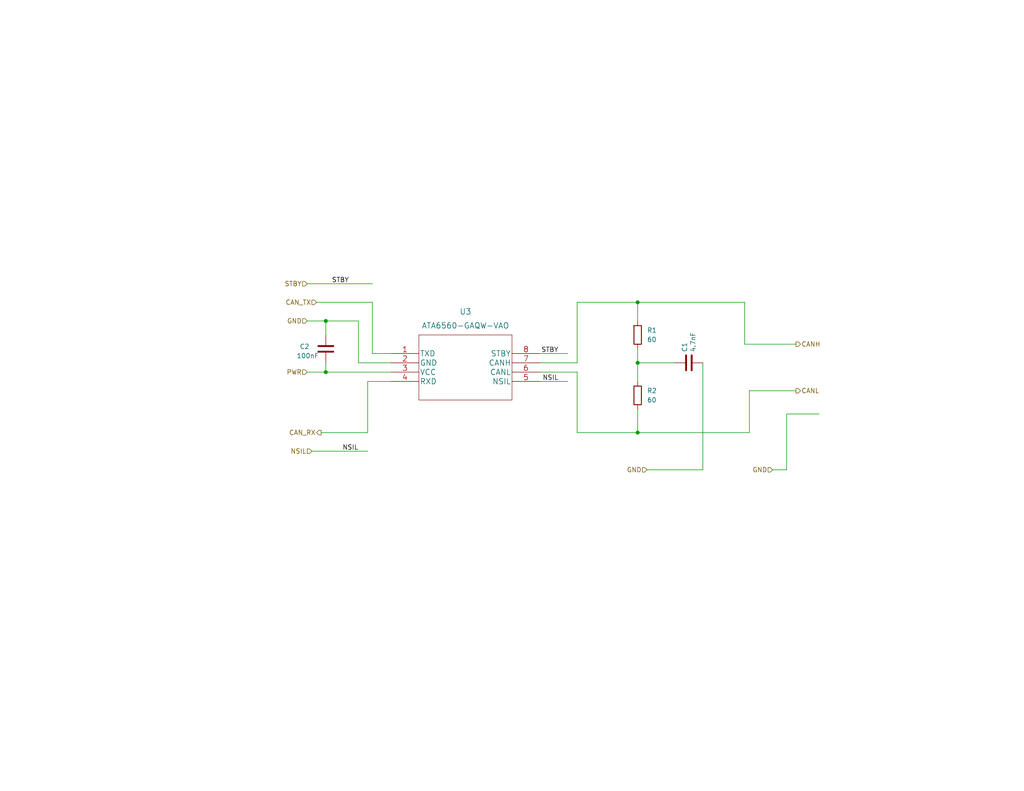
<source format=kicad_sch>
(kicad_sch (version 20211123) (generator eeschema)
  (paper "A")
  (title_block (title "CAN_Transceiver") (date "2022-01-27"))
  (lib_symbols
    (symbol "2022-01-28_19-14-47:ATA6560-GAQW-VAO" (pin_names (offset 0.254))
      (property "Reference" "U" (at 20.32 10.16 0))
      (property "Value" "ATA6560-GAQW-VAO" (at 20.32 7.62 0))
      (symbol "ATA6560-GAQW-VAO_1_1"
        (polyline (pts (xy 7.62 -12.7) (xy 33.02 -12.7)) (stroke (width 0.127)))
        (polyline (pts (xy 7.62 5.08) (xy 7.62 -12.7)) (stroke (width 0.127)))
        (polyline (pts (xy 33.02 -12.7) (xy 33.02 5.08)) (stroke (width 0.127)))
        (polyline (pts (xy 33.02 5.08) (xy 7.62 5.08)) (stroke (width 0.127)))
        (pin input line (at 0 0 0) (length 7.62) (name "TXD") (number "1"))
        (pin power_in line (at 0 -2.54 0) (length 7.62) (name "GND") (number "2"))
        (pin power_in line (at 0 -5.08 0) (length 7.62) (name "VCC") (number "3"))
        (pin output line (at 0 -7.62 0) (length 7.62) (name "RXD") (number "4"))
        (pin input line (at 40.64 -7.62 180) (length 7.62) (name "NSIL") (number "5"))
        (pin bidirectional line (at 40.64 -5.08 180) (length 7.62) (name "CANL") (number "6"))
        (pin bidirectional line (at 40.64 -2.54 180) (length 7.62) (name "CANH") (number "7"))
        (pin input line (at 40.64 0 180) (length 7.62) (name "STBY") (number "8"))
      )
    )
    (symbol "Device:C" (pin_numbers hide) (pin_names (offset 0.254))
      (property "Reference" "C" (at 0.635 2.54 0))
      (property "Value" "C" (at 0.635 -2.54 0))
      (symbol "C_0_1"
        (polyline (pts (xy -2.032 -0.762) (xy 2.032 -0.762)) (stroke (width 0.508)))
        (polyline (pts (xy -2.032 0.762) (xy 2.032 0.762)) (stroke (width 0.508)))
      )
      (symbol "C_1_1"
        (pin passive line (at 0 3.81 270) (length 2.794) (name "~") (number "1"))
        (pin passive line (at 0 -3.81 90) (length 2.794) (name "~") (number "2"))
      )
    )
    (symbol "Device:R" (pin_numbers hide) (pin_names (offset 0))
      (property "Reference" "R" (at 2.032 0 90))
      (property "Value" "R" (at 0 0 90))
      (symbol "R_0_1"
        (rectangle (start -1.016 -2.54) (end 1.016 2.54) (stroke (width 0.254)))
      )
      (symbol "R_1_1"
        (pin passive line (at 0 3.81 270) (length 1.27) (name "~") (number "1"))
        (pin passive line (at 0 -3.81 90) (length 1.27) (name "~") (number "2"))
      )
    )
  )
  (junction (at 173.99 118.11))
  (junction (at 88.9 87.63))
  (junction (at 88.9 101.6))
  (junction (at 173.99 99.06))
  (junction (at 173.99 82.55))
  (wire (pts (xy 157.48 101.6) (xy 147.32 101.6)))
  (wire (pts (xy 204.47 106.68) (xy 204.47 118.11)))
  (wire (pts (xy 83.82 77.47) (xy 101.6 77.47)))
  (wire (pts (xy 173.99 111.76) (xy 173.99 118.11)))
  (wire (pts (xy 217.17 106.68) (xy 204.47 106.68)))
  (wire (pts (xy 85.09 123.19) (xy 100.33 123.19)))
  (wire (pts (xy 173.99 99.06) (xy 173.99 104.14)))
  (wire (pts (xy 173.99 82.55) (xy 173.99 87.63)))
  (wire (pts (xy 87.63 118.11) (xy 100.33 118.11)))
  (wire (pts (xy 100.33 104.14) (xy 106.68 104.14)))
  (wire (pts (xy 147.32 104.14) (xy 154.94 104.14)))
  (wire (pts (xy 101.6 96.52) (xy 106.68 96.52)))
  (wire (pts (xy 83.82 101.6) (xy 88.9 101.6)))
  (wire (pts (xy 173.99 95.25) (xy 173.99 99.06)))
  (wire (pts (xy 83.82 87.63) (xy 88.9 87.63)))
  (wire (pts (xy 173.99 118.11) (xy 157.48 118.11)))
  (wire (pts (xy 157.48 82.55) (xy 157.48 99.06)))
  (wire (pts (xy 157.48 118.11) (xy 157.48 101.6)))
  (wire (pts (xy 88.9 87.63) (xy 97.79 87.63)))
  (wire (pts (xy 191.77 128.27) (xy 191.77 99.06)))
  (wire (pts (xy 88.9 101.6) (xy 106.68 101.6)))
  (wire (pts (xy 203.2 82.55) (xy 173.99 82.55)))
  (wire (pts (xy 97.79 87.63) (xy 97.79 99.06)))
  (wire (pts (xy 88.9 99.06) (xy 88.9 101.6)))
  (wire (pts (xy 173.99 82.55) (xy 157.48 82.55)))
  (wire (pts (xy 147.32 96.52) (xy 154.94 96.52)))
  (wire (pts (xy 217.17 93.98) (xy 203.2 93.98)))
  (wire (pts (xy 101.6 82.55) (xy 101.6 96.52)))
  (wire (pts (xy 210.82 128.27) (xy 214.63 128.27)))
  (wire (pts (xy 204.47 118.11) (xy 173.99 118.11)))
  (wire (pts (xy 97.79 99.06) (xy 106.68 99.06)))
  (wire (pts (xy 157.48 99.06) (xy 147.32 99.06)))
  (wire (pts (xy 176.53 128.27) (xy 191.77 128.27)))
  (wire (pts (xy 86.36 82.55) (xy 101.6 82.55)))
  (wire (pts (xy 203.2 93.98) (xy 203.2 82.55)))
  (wire (pts (xy 173.99 99.06) (xy 184.15 99.06)))
  (wire (pts (xy 100.33 118.11) (xy 100.33 104.14)))
  (wire (pts (xy 88.9 87.63) (xy 88.9 91.44)))
  (wire (pts (xy 214.63 128.27) (xy 214.63 113.03)))
  (wire (pts (xy 214.63 113.03) (xy 223.52 113.03)))
  (label "NSIL" (at 97.79 123.19 180))
  (label "NSIL" (at 152.4 104.14 180))
  (label "STBY" (at 95.25 77.47 180))
  (label "STBY" (at 152.4 96.52 180))
  (hierarchical_label "CANH" (shape output) (at 217.17 93.98 0))
  (hierarchical_label "CAN_RX" (shape output) (at 87.63 118.11 180))
  (hierarchical_label "GND" (shape input) (at 210.82 128.27 180))
  (hierarchical_label "GND" (shape input) (at 176.53 128.27 180))
  (hierarchical_label "CAN_TX" (shape input) (at 86.36 82.55 180))
  (hierarchical_label "CANL" (shape output) (at 217.17 106.68 0))
  (hierarchical_label "STBY" (shape input) (at 83.82 77.47 180))
  (hierarchical_label "PWR" (shape input) (at 83.82 101.6 180))
  (hierarchical_label "NSIL" (shape input) (at 85.09 123.19 180))
  (hierarchical_label "GND" (shape input) (at 83.82 87.63 180))
  (symbol (lib_id "Device:R") (at 173.99 107.95 0) (unit 1)
    (property "Reference" "R2" (at 176.53 106.6799 0) (effects (justify left)))
    (property "Value" "60" (at 176.53 109.2199 0) (effects (justify left)))
    (property "Footprint" "Resistor_SMD:R_0603_1608Metric_Pad0.98x0.95mm_HandSolder" (effects hide))
  )
  (symbol (lib_id "Device:C") (at 88.9 95.25 180) (unit 1)
    (property "Reference" "C2" (at 84.455 94.615 0) (effects (justify left)))
    (property "Value" "100nF" (at 86.995 97.155 0) (effects (justify left)))
    (property "Footprint" "Capacitor_SMD:C_0603_1608Metric_Pad1.08x0.95mm_HandSolder" (effects hide))
    (property "Voltage" "25V" (effects hide))
    (property "Mfr. #" "CL10B104KA8NNNC" (effects hide))
    (property "Order" "https://www.digikey.com/product-detail/en/samsung-electro-mechanics/CL10B104KA8NNNC/1276-1006-1-ND/3889092" (effects hide))
  )
  (symbol (lib_id "Device:C") (at 187.96 99.06 90) (unit 1)
    (property "Reference" "C1" (at 186.7916 96.139 0) (effects (justify left)))
    (property "Value" "4.7nF" (at 189.103 96.139 0) (effects (justify left)))
    (property "Footprint" "Capacitor_SMD:C_0603_1608Metric_Pad1.08x0.95mm_HandSolder" (effects hide))
    (property "Voltage" "25V" (effects hide))
    (property "Mfr. #" "CL10B104KA8NNNC" (effects hide))
    (property "Order" "https://www.digikey.com/product-detail/en/samsung-electro-mechanics/CL10B104KA8NNNC/1276-1006-1-ND/3889092" (effects hide))
  )
  (symbol (lib_id "Device:R") (at 173.99 91.44 0) (unit 1)
    (property "Reference" "R1" (at 176.53 90.1699 0) (effects (justify left)))
    (property "Value" "60" (at 176.53 92.7099 0) (effects (justify left)))
    (property "Footprint" "Resistor_SMD:R_0603_1608Metric_Pad0.98x0.95mm_HandSolder" (effects hide))
  )
  (symbol (lib_id "2022-01-28_19-14-47:ATA6560-GAQW-VAO") (at 106.68 96.52 0) (unit 1)
    (property "Reference" "U3" (at 127 85.09 0) (effects (font (size 1.524 1.524))))
    (property "Value" "ATA6560-GAQW-VAO" (at 127 88.9 0) (effects (font (size 1.524 1.524))))
    (property "Footprint" "CAN_footprint:ATA6560-GAQW-VAO" (effects hide))
  )
)
</source>
